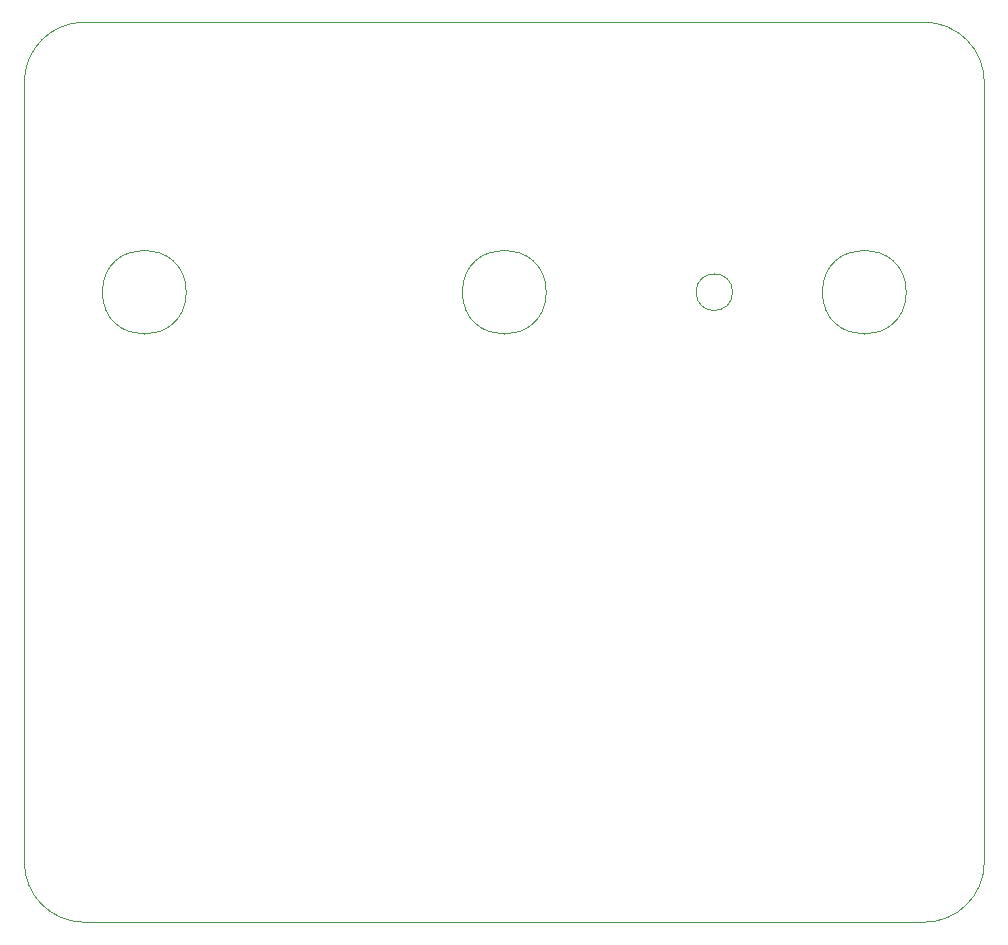
<source format=gbr>
%TF.GenerationSoftware,KiCad,Pcbnew,5.1.6-c6e7f7d~87~ubuntu18.04.1*%
%TF.CreationDate,2020-07-29T17:50:40-04:00*%
%TF.ProjectId,bit_crusher_front_panel,6269745f-6372-4757-9368-65725f66726f,rev?*%
%TF.SameCoordinates,Original*%
%TF.FileFunction,Profile,NP*%
%FSLAX46Y46*%
G04 Gerber Fmt 4.6, Leading zero omitted, Abs format (unit mm)*
G04 Created by KiCad (PCBNEW 5.1.6-c6e7f7d~87~ubuntu18.04.1) date 2020-07-29 17:50:40*
%MOMM*%
%LPD*%
G01*
G04 APERTURE LIST*
%TA.AperFunction,Profile*%
%ADD10C,0.050000*%
%TD*%
G04 APERTURE END LIST*
D10*
X89910000Y-58420000D02*
G75*
G03*
X89910000Y-58420000I-3550000J0D01*
G01*
X120390000Y-58420000D02*
G75*
G03*
X120390000Y-58420000I-3550000J0D01*
G01*
X136170000Y-58420000D02*
G75*
G03*
X136170000Y-58420000I-1550000J0D01*
G01*
X150870000Y-58420000D02*
G75*
G03*
X150870000Y-58420000I-3550000J0D01*
G01*
X152400000Y-35560000D02*
G75*
G02*
X157480000Y-40640000I0J-5080000D01*
G01*
X157480000Y-106680000D02*
G75*
G02*
X152400000Y-111760000I-5080000J0D01*
G01*
X81280000Y-111760000D02*
G75*
G02*
X76200000Y-106680000I0J5080000D01*
G01*
X76200000Y-40640000D02*
G75*
G02*
X81280000Y-35560000I5080000J0D01*
G01*
X152400000Y-35560000D02*
X81280000Y-35560000D01*
X157480000Y-106680000D02*
X157480000Y-40640000D01*
X81280000Y-111760000D02*
X152400000Y-111760000D01*
X76200000Y-40640000D02*
X76200000Y-106680000D01*
M02*

</source>
